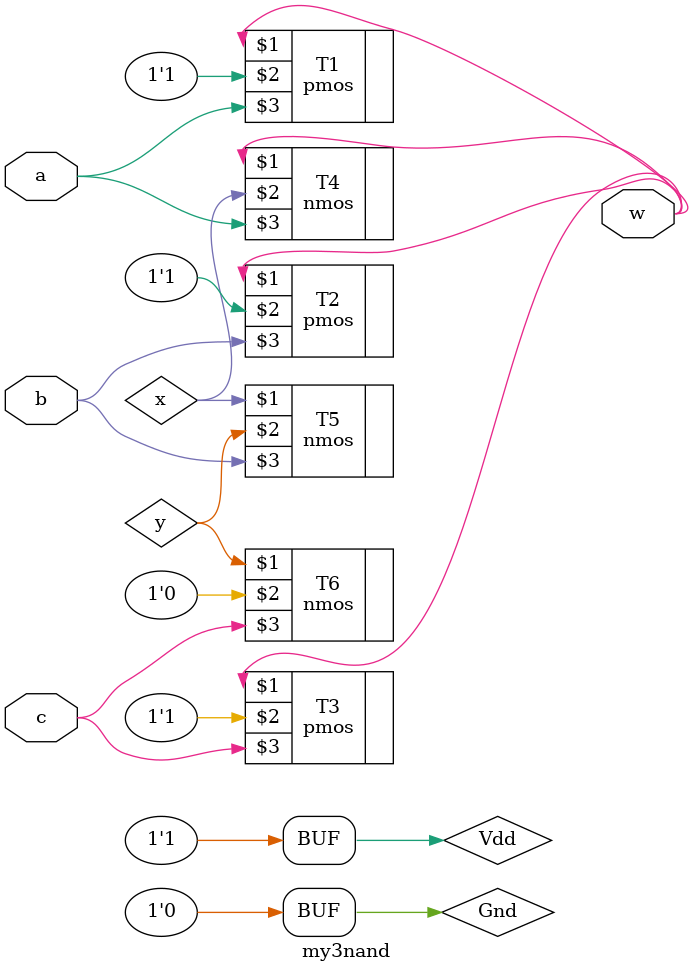
<source format=v>
 `timescale 1ns/1ns
module my3nand (input a, b, c, output w);
	supply1 Vdd;
	supply0 Gnd;
	wire x;
	wire y;
	pmos #(5,6,7) T1(w, Vdd, a);
	pmos #(5,6,7) T2(w, Vdd, b);
	pmos #(5,6,7) T3(w, Vdd, c);
	nmos #(3,4,5) T4(w, x, a);
	nmos #(3,4,5) T5(x, y, b);
	nmos #(3,4,5) T6(y, Gnd, c);
endmodule

</source>
